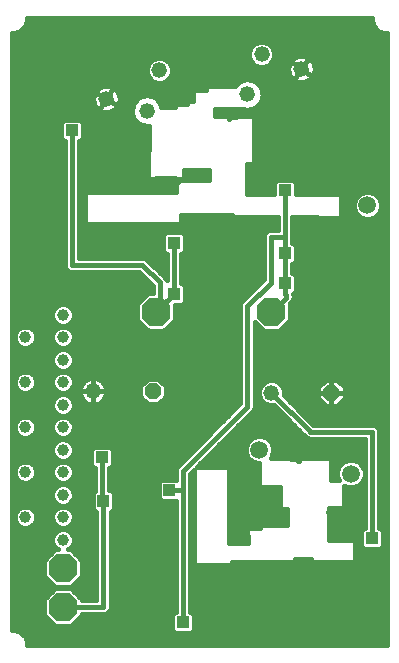
<source format=gbl>
G75*
%MOIN*%
%OFA0B0*%
%FSLAX24Y24*%
%IPPOS*%
%LPD*%
%AMOC8*
5,1,8,0,0,1.08239X$1,22.5*
%
%ADD10C,0.0520*%
%ADD11OC8,0.0520*%
%ADD12C,0.0160*%
%ADD13C,0.1502*%
%ADD14R,0.0591X0.0591*%
%ADD15R,0.0945X0.0945*%
%ADD16R,0.0396X0.0396*%
%ADD17C,0.0591*%
%ADD18OC8,0.0945*%
%ADD19C,0.0396*%
D10*
X031700Y014550D03*
X037650Y014500D03*
X033505Y023894D03*
X033911Y025248D03*
X032150Y024300D03*
X036837Y024455D03*
X038650Y025300D03*
X037321Y025784D03*
D11*
X039650Y014500D03*
X033700Y014550D03*
D12*
X029000Y006606D02*
X029000Y026494D01*
X029101Y026494D01*
X029286Y026571D01*
X029429Y026714D01*
X029506Y026899D01*
X029506Y027000D01*
X040994Y027000D01*
X040994Y026899D01*
X041071Y026714D01*
X041214Y026571D01*
X041399Y026494D01*
X041500Y026494D01*
X041500Y006100D01*
X029506Y006100D01*
X029506Y006201D01*
X029429Y006386D01*
X029286Y006529D01*
X029101Y006606D01*
X029000Y006606D01*
X029118Y006599D02*
X034342Y006599D01*
X034342Y006586D02*
X034436Y006492D01*
X034964Y006492D01*
X035058Y006586D01*
X035058Y007114D01*
X034964Y007208D01*
X034940Y007208D01*
X034940Y011801D01*
X035070Y011931D01*
X035070Y008817D01*
X035117Y008770D01*
X036283Y008770D01*
X036330Y008817D01*
X036330Y008870D01*
X038383Y008870D01*
X038430Y008917D01*
X038430Y008970D01*
X038970Y008970D01*
X038970Y008917D01*
X039017Y008870D01*
X040383Y008870D01*
X040430Y008917D01*
X040430Y009533D01*
X040383Y009580D01*
X039580Y009580D01*
X039580Y010483D01*
X039538Y010525D01*
X039580Y010567D01*
X039580Y010670D01*
X040033Y010670D01*
X040080Y010717D01*
X040080Y011398D01*
X040209Y011345D01*
X040391Y011345D01*
X040558Y011414D01*
X040686Y011542D01*
X040755Y011709D01*
X040755Y011891D01*
X040686Y012058D01*
X040558Y012186D01*
X040391Y012255D01*
X040209Y012255D01*
X040042Y012186D01*
X039914Y012058D01*
X039845Y011891D01*
X039845Y011709D01*
X039898Y011580D01*
X039630Y011580D01*
X039630Y012283D01*
X039583Y012330D01*
X038617Y012330D01*
X038570Y012283D01*
X038570Y012230D01*
X038530Y012230D01*
X038530Y012233D01*
X038483Y012280D01*
X038330Y012280D01*
X038330Y012283D01*
X038283Y012330D01*
X037624Y012330D01*
X037636Y012342D01*
X037705Y012509D01*
X037705Y012691D01*
X037636Y012858D01*
X037508Y012986D01*
X037341Y013055D01*
X037159Y013055D01*
X036992Y012986D01*
X036864Y012858D01*
X036795Y012691D01*
X036795Y012509D01*
X036864Y012342D01*
X036992Y012214D01*
X037159Y012145D01*
X037220Y012145D01*
X037220Y011417D01*
X037267Y011370D01*
X037920Y011370D01*
X037920Y010667D01*
X037967Y010620D01*
X038170Y010620D01*
X038170Y010080D01*
X037317Y010080D01*
X037270Y010033D01*
X037270Y009980D01*
X036867Y009980D01*
X036820Y009933D01*
X036820Y009767D01*
X036867Y009720D01*
X036870Y009720D01*
X036870Y009480D01*
X036230Y009480D01*
X036230Y011983D01*
X036183Y012030D01*
X035169Y012030D01*
X036957Y013817D01*
X036963Y013823D01*
X037024Y013885D01*
X037038Y013899D01*
X037090Y014024D01*
X037090Y016866D01*
X037388Y016568D01*
X037912Y016568D01*
X038282Y016938D01*
X038282Y017462D01*
X038267Y017477D01*
X038324Y017535D01*
X038338Y017549D01*
X038390Y017674D01*
X038390Y017789D01*
X038382Y017809D01*
X038458Y017886D01*
X038458Y018414D01*
X038364Y018508D01*
X038340Y018508D01*
X038340Y018792D01*
X038364Y018792D01*
X038458Y018886D01*
X038458Y019414D01*
X038364Y019508D01*
X038340Y019508D01*
X038340Y020370D01*
X039170Y020370D01*
X039170Y020367D01*
X039217Y020320D01*
X039933Y020320D01*
X039980Y020367D01*
X039980Y021083D01*
X039933Y021130D01*
X038458Y021130D01*
X038458Y021514D01*
X038364Y021608D01*
X037836Y021608D01*
X037742Y021514D01*
X037742Y021130D01*
X036830Y021130D01*
X036830Y022120D01*
X037033Y022120D01*
X037080Y022167D01*
X037080Y023683D01*
X037033Y023730D01*
X036517Y023730D01*
X036470Y023683D01*
X036470Y023680D01*
X036267Y023680D01*
X036230Y023643D01*
X036230Y023683D01*
X036183Y023730D01*
X035780Y023730D01*
X035780Y023970D01*
X036725Y023970D01*
X036850Y023936D01*
X037107Y024005D01*
X037295Y024193D01*
X037295Y024193D01*
X037364Y024450D01*
X037295Y024707D01*
X037107Y024895D01*
X037107Y024895D01*
X036850Y024964D01*
X036593Y024895D01*
X036428Y024730D01*
X035517Y024730D01*
X035470Y024683D01*
X035470Y024580D01*
X035067Y024580D01*
X035020Y024533D01*
X035020Y024230D01*
X034867Y024230D01*
X034820Y024183D01*
X034820Y024130D01*
X034467Y024130D01*
X034420Y024083D01*
X034420Y024030D01*
X033979Y024030D01*
X033945Y024157D01*
X033757Y024345D01*
X033757Y024345D01*
X033500Y024414D01*
X033243Y024345D01*
X033055Y024157D01*
X033055Y024157D01*
X032986Y023900D01*
X033055Y023643D01*
X033243Y023455D01*
X033243Y023455D01*
X033500Y023386D01*
X033570Y023405D01*
X033570Y022580D01*
X033567Y022580D01*
X033520Y022533D01*
X033520Y021667D01*
X033567Y021620D01*
X033783Y021620D01*
X033830Y021667D01*
X033830Y021670D01*
X034420Y021670D01*
X034420Y021667D01*
X034467Y021620D01*
X034683Y021620D01*
X034730Y021667D01*
X034730Y021920D01*
X035570Y021920D01*
X035570Y021580D01*
X034567Y021580D01*
X034520Y021533D01*
X034520Y021530D01*
X034517Y021530D01*
X034470Y021483D01*
X034470Y021180D01*
X031467Y021180D01*
X031420Y021133D01*
X031420Y020167D01*
X031467Y020120D01*
X034583Y020120D01*
X034630Y020167D01*
X034630Y020420D01*
X036320Y020420D01*
X036320Y020417D01*
X036367Y020370D01*
X037860Y020370D01*
X037860Y019940D01*
X037602Y019940D01*
X037514Y019903D01*
X037447Y019836D01*
X037410Y019748D01*
X037410Y018299D01*
X036647Y017536D01*
X036610Y017448D01*
X036610Y014149D01*
X034497Y012036D01*
X034460Y011948D01*
X034460Y011608D01*
X033986Y011608D01*
X033892Y011514D01*
X033892Y010986D01*
X033986Y010892D01*
X034460Y010892D01*
X034460Y007208D01*
X034436Y007208D01*
X034342Y007114D01*
X034342Y006586D01*
X034342Y006757D02*
X031001Y006757D01*
X030962Y006718D02*
X031332Y007088D01*
X031332Y007110D01*
X032098Y007110D01*
X032186Y007147D01*
X032253Y007214D01*
X032290Y007302D01*
X032290Y010542D01*
X032314Y010542D01*
X032408Y010636D01*
X032408Y011164D01*
X032314Y011258D01*
X032240Y011258D01*
X032240Y011992D01*
X032264Y011992D01*
X032358Y012086D01*
X032358Y012614D01*
X032264Y012708D01*
X031736Y012708D01*
X031642Y012614D01*
X031642Y012086D01*
X031736Y011992D01*
X031760Y011992D01*
X031760Y011232D01*
X031692Y011164D01*
X031692Y010636D01*
X031786Y010542D01*
X031810Y010542D01*
X031810Y007590D01*
X031332Y007590D01*
X031332Y007612D01*
X030962Y007982D01*
X030438Y007982D01*
X030068Y007612D01*
X030068Y007088D01*
X030438Y006718D01*
X030962Y006718D01*
X031160Y006916D02*
X034342Y006916D01*
X034342Y007074D02*
X031318Y007074D01*
X030700Y007350D02*
X032050Y007350D01*
X032050Y010900D01*
X032029Y010921D01*
X032000Y010991D02*
X032000Y012350D01*
X032358Y012305D02*
X034765Y012305D01*
X034924Y012463D02*
X032358Y012463D01*
X032351Y012622D02*
X035082Y012622D01*
X035241Y012780D02*
X031013Y012780D01*
X031004Y012803D02*
X030903Y012904D01*
X030771Y012958D01*
X030629Y012958D01*
X030497Y012904D01*
X030396Y012803D01*
X030342Y012671D01*
X030342Y012529D01*
X030396Y012397D01*
X030497Y012296D01*
X030629Y012242D01*
X030771Y012242D01*
X030903Y012296D01*
X031004Y012397D01*
X031058Y012529D01*
X031058Y012671D01*
X031004Y012803D01*
X031058Y012622D02*
X031649Y012622D01*
X031642Y012463D02*
X031031Y012463D01*
X030911Y012305D02*
X031642Y012305D01*
X031642Y012146D02*
X030910Y012146D01*
X030903Y012154D02*
X030771Y012208D01*
X030629Y012208D01*
X030497Y012154D01*
X030396Y012053D01*
X030342Y011921D01*
X030342Y011779D01*
X030396Y011647D01*
X030497Y011546D01*
X030629Y011492D01*
X030771Y011492D01*
X030903Y011546D01*
X031004Y011647D01*
X031058Y011779D01*
X031058Y011921D01*
X031004Y012053D01*
X030903Y012154D01*
X031031Y011988D02*
X031760Y011988D01*
X031760Y011829D02*
X031058Y011829D01*
X031013Y011671D02*
X031760Y011671D01*
X031760Y011512D02*
X030820Y011512D01*
X030771Y011458D02*
X030629Y011458D01*
X030497Y011404D01*
X030396Y011303D01*
X030342Y011171D01*
X030342Y011029D01*
X030396Y010897D01*
X030497Y010796D01*
X030629Y010742D01*
X030771Y010742D01*
X030903Y010796D01*
X031004Y010897D01*
X031058Y011029D01*
X031058Y011171D01*
X031004Y011303D01*
X030903Y011404D01*
X030771Y011458D01*
X030580Y011512D02*
X029570Y011512D01*
X029521Y011492D02*
X029653Y011546D01*
X029754Y011647D01*
X029808Y011779D01*
X029808Y011921D01*
X029754Y012053D01*
X029653Y012154D01*
X029521Y012208D01*
X029379Y012208D01*
X029247Y012154D01*
X029146Y012053D01*
X029092Y011921D01*
X029092Y011779D01*
X029146Y011647D01*
X029247Y011546D01*
X029379Y011492D01*
X029521Y011492D01*
X029330Y011512D02*
X029000Y011512D01*
X029000Y011354D02*
X030447Y011354D01*
X030352Y011195D02*
X029000Y011195D01*
X029000Y011037D02*
X030342Y011037D01*
X030416Y010878D02*
X029000Y010878D01*
X029000Y010720D02*
X031692Y010720D01*
X031692Y010878D02*
X030984Y010878D01*
X031058Y011037D02*
X031692Y011037D01*
X031723Y011195D02*
X031048Y011195D01*
X030953Y011354D02*
X031760Y011354D01*
X032240Y011354D02*
X033892Y011354D01*
X033892Y011512D02*
X032240Y011512D01*
X032240Y011671D02*
X034460Y011671D01*
X034460Y011829D02*
X032240Y011829D01*
X032240Y011988D02*
X034476Y011988D01*
X034607Y012146D02*
X032358Y012146D01*
X032377Y011195D02*
X033892Y011195D01*
X033892Y011037D02*
X032408Y011037D01*
X032408Y010878D02*
X034460Y010878D01*
X034460Y010720D02*
X032408Y010720D01*
X032334Y010561D02*
X034460Y010561D01*
X034460Y010403D02*
X032290Y010403D01*
X032290Y010244D02*
X034460Y010244D01*
X034460Y010086D02*
X032290Y010086D01*
X032290Y009927D02*
X034460Y009927D01*
X034460Y009769D02*
X032290Y009769D01*
X032290Y009610D02*
X034460Y009610D01*
X034460Y009452D02*
X032290Y009452D01*
X032290Y009293D02*
X034460Y009293D01*
X034460Y009135D02*
X032290Y009135D01*
X032290Y008976D02*
X034460Y008976D01*
X034460Y008818D02*
X032290Y008818D01*
X032290Y008659D02*
X034460Y008659D01*
X034460Y008501D02*
X032290Y008501D01*
X032290Y008342D02*
X034460Y008342D01*
X034460Y008184D02*
X032290Y008184D01*
X032290Y008025D02*
X034460Y008025D01*
X034460Y007867D02*
X032290Y007867D01*
X032290Y007708D02*
X034460Y007708D01*
X034460Y007550D02*
X032290Y007550D01*
X032290Y007391D02*
X034460Y007391D01*
X034460Y007233D02*
X032261Y007233D01*
X031810Y007708D02*
X031236Y007708D01*
X031078Y007867D02*
X031810Y007867D01*
X031810Y008025D02*
X030969Y008025D01*
X030962Y008018D02*
X031332Y008388D01*
X031332Y008912D01*
X030962Y009282D01*
X030869Y009282D01*
X030903Y009296D01*
X031004Y009397D01*
X031058Y009529D01*
X031058Y009671D01*
X031004Y009803D01*
X030903Y009904D01*
X030771Y009958D01*
X030629Y009958D01*
X030497Y009904D01*
X030396Y009803D01*
X030342Y009671D01*
X030342Y009529D01*
X030396Y009397D01*
X030497Y009296D01*
X030531Y009282D01*
X030438Y009282D01*
X030068Y008912D01*
X030068Y008388D01*
X030438Y008018D01*
X030962Y008018D01*
X031128Y008184D02*
X031810Y008184D01*
X031810Y008342D02*
X031286Y008342D01*
X031332Y008501D02*
X031810Y008501D01*
X031810Y008659D02*
X031332Y008659D01*
X031332Y008818D02*
X031810Y008818D01*
X031810Y008976D02*
X031268Y008976D01*
X031110Y009135D02*
X031810Y009135D01*
X031810Y009293D02*
X030895Y009293D01*
X031026Y009452D02*
X031810Y009452D01*
X031810Y009610D02*
X031058Y009610D01*
X031018Y009769D02*
X031810Y009769D01*
X031810Y009927D02*
X030846Y009927D01*
X030771Y009992D02*
X030903Y010046D01*
X031004Y010147D01*
X031058Y010279D01*
X031058Y010421D01*
X031004Y010553D01*
X030903Y010654D01*
X030771Y010708D01*
X030629Y010708D01*
X030497Y010654D01*
X030396Y010553D01*
X030342Y010421D01*
X030342Y010279D01*
X030396Y010147D01*
X030497Y010046D01*
X030629Y009992D01*
X030771Y009992D01*
X030942Y010086D02*
X031810Y010086D01*
X031810Y010244D02*
X031044Y010244D01*
X031058Y010403D02*
X031810Y010403D01*
X031766Y010561D02*
X030995Y010561D01*
X030405Y010561D02*
X029745Y010561D01*
X029754Y010553D02*
X029653Y010654D01*
X029521Y010708D01*
X029379Y010708D01*
X029247Y010654D01*
X029146Y010553D01*
X029092Y010421D01*
X029092Y010279D01*
X029146Y010147D01*
X029247Y010046D01*
X029379Y009992D01*
X029521Y009992D01*
X029653Y010046D01*
X029754Y010147D01*
X029808Y010279D01*
X029808Y010421D01*
X029754Y010553D01*
X029808Y010403D02*
X030342Y010403D01*
X030356Y010244D02*
X029794Y010244D01*
X029692Y010086D02*
X030458Y010086D01*
X030554Y009927D02*
X029000Y009927D01*
X029000Y009769D02*
X030382Y009769D01*
X030342Y009610D02*
X029000Y009610D01*
X029000Y009452D02*
X030374Y009452D01*
X030505Y009293D02*
X029000Y009293D01*
X029000Y009135D02*
X030290Y009135D01*
X030132Y008976D02*
X029000Y008976D01*
X029000Y008818D02*
X030068Y008818D01*
X030068Y008659D02*
X029000Y008659D01*
X029000Y008501D02*
X030068Y008501D01*
X030114Y008342D02*
X029000Y008342D01*
X029000Y008184D02*
X030272Y008184D01*
X030431Y008025D02*
X029000Y008025D01*
X029000Y007867D02*
X030322Y007867D01*
X030164Y007708D02*
X029000Y007708D01*
X029000Y007550D02*
X030068Y007550D01*
X030068Y007391D02*
X029000Y007391D01*
X029000Y007233D02*
X030068Y007233D01*
X030082Y007074D02*
X029000Y007074D01*
X029000Y006916D02*
X030240Y006916D01*
X030399Y006757D02*
X029000Y006757D01*
X029375Y006440D02*
X041500Y006440D01*
X041500Y006282D02*
X029472Y006282D01*
X029506Y006123D02*
X041500Y006123D01*
X041500Y006599D02*
X035058Y006599D01*
X035058Y006757D02*
X041500Y006757D01*
X041500Y006916D02*
X035058Y006916D01*
X035058Y007074D02*
X041500Y007074D01*
X041500Y007233D02*
X034940Y007233D01*
X034940Y007391D02*
X041500Y007391D01*
X041500Y007550D02*
X034940Y007550D01*
X034940Y007708D02*
X041500Y007708D01*
X041500Y007867D02*
X034940Y007867D01*
X034940Y008025D02*
X041500Y008025D01*
X041500Y008184D02*
X034940Y008184D01*
X034940Y008342D02*
X041500Y008342D01*
X041500Y008501D02*
X034940Y008501D01*
X034940Y008659D02*
X041500Y008659D01*
X041500Y008818D02*
X036330Y008818D01*
X036230Y009610D02*
X036870Y009610D01*
X036820Y009769D02*
X036230Y009769D01*
X036230Y009927D02*
X036820Y009927D01*
X036230Y010086D02*
X038170Y010086D01*
X038170Y010244D02*
X036230Y010244D01*
X036230Y010403D02*
X038170Y010403D01*
X038170Y010561D02*
X036230Y010561D01*
X036230Y010720D02*
X037920Y010720D01*
X037920Y010878D02*
X036230Y010878D01*
X036230Y011037D02*
X037920Y011037D01*
X037920Y011195D02*
X036230Y011195D01*
X036230Y011354D02*
X037920Y011354D01*
X037220Y011512D02*
X036230Y011512D01*
X036230Y011671D02*
X037220Y011671D01*
X037220Y011829D02*
X036230Y011829D01*
X036226Y011988D02*
X037220Y011988D01*
X037156Y012146D02*
X035285Y012146D01*
X035444Y012305D02*
X036902Y012305D01*
X036814Y012463D02*
X035602Y012463D01*
X035761Y012622D02*
X036795Y012622D01*
X036832Y012780D02*
X035919Y012780D01*
X036078Y012939D02*
X036945Y012939D01*
X037555Y012939D02*
X040760Y012939D01*
X040760Y012960D02*
X040760Y010008D01*
X040736Y010008D01*
X040642Y009914D01*
X040642Y009386D01*
X040736Y009292D01*
X041264Y009292D01*
X041358Y009386D01*
X041358Y009914D01*
X041264Y010008D01*
X041240Y010008D01*
X041240Y013248D01*
X041203Y013336D01*
X041136Y013403D01*
X041048Y013440D01*
X039049Y013440D01*
X038070Y014419D01*
X038070Y014584D01*
X038006Y014738D01*
X037888Y014856D01*
X037734Y014920D01*
X037566Y014920D01*
X037412Y014856D01*
X037294Y014738D01*
X037230Y014584D01*
X037230Y014416D01*
X037294Y014262D01*
X037412Y014144D01*
X037566Y014080D01*
X037731Y014080D01*
X038717Y013093D01*
X038728Y013083D01*
X038785Y013026D01*
X038799Y013012D01*
X038924Y012960D01*
X040760Y012960D01*
X040760Y012780D02*
X037668Y012780D01*
X037705Y012622D02*
X040760Y012622D01*
X040760Y012463D02*
X037686Y012463D01*
X038309Y012305D02*
X038591Y012305D01*
X038799Y013012D02*
X038799Y013012D01*
X038714Y013097D02*
X036236Y013097D01*
X036395Y013256D02*
X038555Y013256D01*
X038397Y013414D02*
X036553Y013414D01*
X036712Y013573D02*
X038238Y013573D01*
X038080Y013731D02*
X036870Y013731D01*
X037024Y013885D02*
X037024Y013885D01*
X037029Y013890D02*
X037921Y013890D01*
X037763Y014048D02*
X037090Y014048D01*
X037038Y013899D02*
X037038Y013899D01*
X036821Y014021D02*
X034700Y011900D01*
X034700Y006850D01*
X034940Y008818D02*
X035070Y008818D01*
X035070Y008976D02*
X034940Y008976D01*
X034940Y009135D02*
X035070Y009135D01*
X035070Y009293D02*
X034940Y009293D01*
X034940Y009452D02*
X035070Y009452D01*
X035070Y009610D02*
X034940Y009610D01*
X034940Y009769D02*
X035070Y009769D01*
X035070Y009927D02*
X034940Y009927D01*
X034940Y010086D02*
X035070Y010086D01*
X035070Y010244D02*
X034940Y010244D01*
X034940Y010403D02*
X035070Y010403D01*
X035070Y010561D02*
X034940Y010561D01*
X034940Y010720D02*
X035070Y010720D01*
X035070Y010878D02*
X034940Y010878D01*
X034940Y011037D02*
X035070Y011037D01*
X035070Y011195D02*
X034940Y011195D01*
X034940Y011354D02*
X035070Y011354D01*
X035070Y011512D02*
X034940Y011512D01*
X034940Y011671D02*
X035070Y011671D01*
X035070Y011829D02*
X034968Y011829D01*
X034600Y011250D02*
X034250Y011250D01*
X035399Y012939D02*
X030819Y012939D01*
X030771Y012992D02*
X030903Y013046D01*
X031004Y013147D01*
X031058Y013279D01*
X031058Y013421D01*
X031004Y013553D01*
X030903Y013654D01*
X030771Y013708D01*
X030629Y013708D01*
X030497Y013654D01*
X030396Y013553D01*
X030342Y013421D01*
X030342Y013279D01*
X030396Y013147D01*
X030497Y013046D01*
X030629Y012992D01*
X030771Y012992D01*
X030581Y012939D02*
X029000Y012939D01*
X029000Y013097D02*
X029197Y013097D01*
X029146Y013147D02*
X029247Y013046D01*
X029379Y012992D01*
X029521Y012992D01*
X029653Y013046D01*
X029754Y013147D01*
X029808Y013279D01*
X029808Y013421D01*
X029754Y013553D01*
X029653Y013654D01*
X029521Y013708D01*
X029379Y013708D01*
X029247Y013654D01*
X029146Y013553D01*
X029092Y013421D01*
X029092Y013279D01*
X029146Y013147D01*
X029102Y013256D02*
X029000Y013256D01*
X029000Y013414D02*
X029092Y013414D01*
X029166Y013573D02*
X029000Y013573D01*
X029000Y013731D02*
X036192Y013731D01*
X036350Y013890D02*
X030996Y013890D01*
X031004Y013897D02*
X031058Y014029D01*
X031058Y014171D01*
X031004Y014303D01*
X030903Y014404D01*
X030771Y014458D01*
X030629Y014458D01*
X030497Y014404D01*
X030396Y014303D01*
X030342Y014171D01*
X030342Y014029D01*
X030396Y013897D01*
X030497Y013796D01*
X030629Y013742D01*
X030771Y013742D01*
X030903Y013796D01*
X031004Y013897D01*
X031058Y014048D02*
X036509Y014048D01*
X036610Y014207D02*
X033950Y014207D01*
X033874Y014130D02*
X034120Y014376D01*
X034120Y014724D01*
X033874Y014970D01*
X033526Y014970D01*
X033280Y014724D01*
X033280Y014376D01*
X033526Y014130D01*
X033874Y014130D01*
X034109Y014365D02*
X036610Y014365D01*
X036610Y014524D02*
X034120Y014524D01*
X034120Y014682D02*
X036610Y014682D01*
X036610Y014841D02*
X034003Y014841D01*
X033397Y014841D02*
X032032Y014841D01*
X032036Y014837D02*
X031987Y014886D01*
X031931Y014926D01*
X031869Y014958D01*
X031803Y014979D01*
X031735Y014990D01*
X031700Y014990D01*
X031700Y014550D01*
X032140Y014550D01*
X032140Y014585D01*
X032129Y014653D01*
X032108Y014719D01*
X032076Y014781D01*
X032036Y014837D01*
X032120Y014682D02*
X033280Y014682D01*
X033280Y014524D02*
X032140Y014524D01*
X032140Y014515D02*
X032140Y014550D01*
X031700Y014550D01*
X031700Y014550D01*
X031700Y014550D01*
X031700Y014110D01*
X031735Y014110D01*
X031803Y014121D01*
X031869Y014142D01*
X031931Y014174D01*
X031987Y014214D01*
X032036Y014263D01*
X032076Y014319D01*
X032108Y014381D01*
X032129Y014447D01*
X032140Y014515D01*
X032100Y014365D02*
X033291Y014365D01*
X033450Y014207D02*
X031976Y014207D01*
X031700Y014207D02*
X031700Y014207D01*
X031700Y014110D02*
X031700Y014550D01*
X031700Y014550D01*
X031700Y014550D01*
X031260Y014550D01*
X031260Y014585D01*
X031271Y014653D01*
X031292Y014719D01*
X031324Y014781D01*
X031364Y014837D01*
X031413Y014886D01*
X031469Y014926D01*
X031531Y014958D01*
X031597Y014979D01*
X031665Y014990D01*
X031700Y014990D01*
X031700Y014550D01*
X031260Y014550D01*
X031260Y014515D01*
X031271Y014447D01*
X031292Y014381D01*
X031324Y014319D01*
X031364Y014263D01*
X031413Y014214D01*
X031469Y014174D01*
X031531Y014142D01*
X031597Y014121D01*
X031665Y014110D01*
X031700Y014110D01*
X031700Y014365D02*
X031700Y014365D01*
X031700Y014524D02*
X031700Y014524D01*
X031700Y014682D02*
X031700Y014682D01*
X031700Y014841D02*
X031700Y014841D01*
X031368Y014841D02*
X031058Y014841D01*
X031058Y014779D02*
X031004Y014647D01*
X030903Y014546D01*
X030771Y014492D01*
X030629Y014492D01*
X030497Y014546D01*
X030396Y014647D01*
X030342Y014779D01*
X030342Y014921D01*
X030396Y015053D01*
X030497Y015154D01*
X030629Y015208D01*
X030771Y015208D01*
X030903Y015154D01*
X031004Y015053D01*
X031058Y014921D01*
X031058Y014779D01*
X031018Y014682D02*
X031280Y014682D01*
X031260Y014524D02*
X030848Y014524D01*
X030941Y014365D02*
X031300Y014365D01*
X031424Y014207D02*
X031043Y014207D01*
X030552Y014524D02*
X029598Y014524D01*
X029653Y014546D02*
X029754Y014647D01*
X029808Y014779D01*
X029808Y014921D01*
X029754Y015053D01*
X029653Y015154D01*
X029521Y015208D01*
X029379Y015208D01*
X029247Y015154D01*
X029146Y015053D01*
X029092Y014921D01*
X029092Y014779D01*
X029146Y014647D01*
X029247Y014546D01*
X029379Y014492D01*
X029521Y014492D01*
X029653Y014546D01*
X029768Y014682D02*
X030382Y014682D01*
X030342Y014841D02*
X029808Y014841D01*
X029776Y014999D02*
X030374Y014999D01*
X030507Y015158D02*
X029643Y015158D01*
X029257Y015158D02*
X029000Y015158D01*
X029000Y015316D02*
X030478Y015316D01*
X030497Y015296D02*
X030629Y015242D01*
X030771Y015242D01*
X030903Y015296D01*
X031004Y015397D01*
X031058Y015529D01*
X031058Y015671D01*
X031004Y015803D01*
X030903Y015904D01*
X030771Y015958D01*
X030629Y015958D01*
X030497Y015904D01*
X030396Y015803D01*
X030342Y015671D01*
X030342Y015529D01*
X030396Y015397D01*
X030497Y015296D01*
X030364Y015475D02*
X029000Y015475D01*
X029000Y015633D02*
X030342Y015633D01*
X030392Y015792D02*
X029000Y015792D01*
X029000Y015950D02*
X030609Y015950D01*
X030629Y015992D02*
X030771Y015992D01*
X030903Y016046D01*
X031004Y016147D01*
X031058Y016279D01*
X031058Y016421D01*
X031004Y016553D01*
X030903Y016654D01*
X030771Y016708D01*
X030629Y016708D01*
X030497Y016654D01*
X030396Y016553D01*
X030342Y016421D01*
X030342Y016279D01*
X030396Y016147D01*
X030497Y016046D01*
X030629Y015992D01*
X030791Y015950D02*
X036610Y015950D01*
X036610Y015792D02*
X031008Y015792D01*
X031058Y015633D02*
X036610Y015633D01*
X036610Y015475D02*
X031036Y015475D01*
X030922Y015316D02*
X036610Y015316D01*
X036610Y015158D02*
X030893Y015158D01*
X031026Y014999D02*
X036610Y014999D01*
X037090Y014999D02*
X041500Y014999D01*
X041500Y014841D02*
X039932Y014841D01*
X039832Y014940D02*
X039650Y014940D01*
X039650Y014500D01*
X040090Y014500D01*
X040090Y014682D01*
X041500Y014682D01*
X041500Y014524D02*
X040090Y014524D01*
X040090Y014500D02*
X039650Y014500D01*
X039650Y014500D01*
X039650Y014500D01*
X039650Y014060D01*
X039832Y014060D01*
X040090Y014318D01*
X040090Y014500D01*
X040090Y014365D02*
X041500Y014365D01*
X041500Y014207D02*
X039979Y014207D01*
X039650Y014207D02*
X039650Y014207D01*
X039650Y014060D02*
X039650Y014500D01*
X039650Y014500D01*
X039650Y014500D01*
X039210Y014500D01*
X039210Y014682D01*
X038029Y014682D01*
X038070Y014524D02*
X039210Y014524D01*
X039210Y014500D02*
X039210Y014318D01*
X039468Y014060D01*
X039650Y014060D01*
X039650Y014365D02*
X039650Y014365D01*
X039650Y014500D02*
X039210Y014500D01*
X039210Y014365D02*
X038124Y014365D01*
X038283Y014207D02*
X039321Y014207D01*
X039650Y014500D02*
X039650Y014940D01*
X039468Y014940D01*
X039210Y014682D01*
X039368Y014841D02*
X037903Y014841D01*
X037650Y014500D02*
X038921Y013229D01*
X038991Y013200D02*
X041000Y013200D01*
X041000Y009650D01*
X041358Y009610D02*
X041500Y009610D01*
X041500Y009452D02*
X041358Y009452D01*
X041266Y009293D02*
X041500Y009293D01*
X041500Y009135D02*
X040430Y009135D01*
X040430Y009293D02*
X040734Y009293D01*
X040642Y009452D02*
X040430Y009452D01*
X040642Y009610D02*
X039580Y009610D01*
X039580Y009769D02*
X040642Y009769D01*
X040655Y009927D02*
X039580Y009927D01*
X039580Y010086D02*
X040760Y010086D01*
X040760Y010244D02*
X039580Y010244D01*
X039580Y010403D02*
X040760Y010403D01*
X040760Y010561D02*
X039574Y010561D01*
X040080Y010720D02*
X040760Y010720D01*
X040760Y010878D02*
X040080Y010878D01*
X040080Y011037D02*
X040760Y011037D01*
X040760Y011195D02*
X040080Y011195D01*
X040080Y011354D02*
X040188Y011354D01*
X040412Y011354D02*
X040760Y011354D01*
X040760Y011512D02*
X040656Y011512D01*
X040739Y011671D02*
X040760Y011671D01*
X040755Y011829D02*
X040760Y011829D01*
X040760Y011988D02*
X040715Y011988D01*
X040760Y012146D02*
X040598Y012146D01*
X040760Y012305D02*
X039609Y012305D01*
X039630Y012146D02*
X040002Y012146D01*
X039885Y011988D02*
X039630Y011988D01*
X039630Y011829D02*
X039845Y011829D01*
X039861Y011671D02*
X039630Y011671D01*
X041240Y011671D02*
X041500Y011671D01*
X041500Y011829D02*
X041240Y011829D01*
X041240Y011988D02*
X041500Y011988D01*
X041500Y012146D02*
X041240Y012146D01*
X041240Y012305D02*
X041500Y012305D01*
X041500Y012463D02*
X041240Y012463D01*
X041240Y012622D02*
X041500Y012622D01*
X041500Y012780D02*
X041240Y012780D01*
X041240Y012939D02*
X041500Y012939D01*
X041500Y013097D02*
X041240Y013097D01*
X041237Y013256D02*
X041500Y013256D01*
X041500Y013414D02*
X041110Y013414D01*
X041500Y013573D02*
X038917Y013573D01*
X038758Y013731D02*
X041500Y013731D01*
X041500Y013890D02*
X038600Y013890D01*
X038441Y014048D02*
X041500Y014048D01*
X040090Y014682D02*
X039832Y014940D01*
X039650Y014841D02*
X039650Y014841D01*
X039650Y014682D02*
X039650Y014682D01*
X039650Y014524D02*
X039650Y014524D01*
X038991Y013200D02*
X038971Y013202D01*
X038953Y013208D01*
X038935Y013217D01*
X038920Y013229D01*
X037350Y014207D02*
X037090Y014207D01*
X037090Y014365D02*
X037251Y014365D01*
X037230Y014524D02*
X037090Y014524D01*
X037090Y014682D02*
X037271Y014682D01*
X037397Y014841D02*
X037090Y014841D01*
X037090Y015158D02*
X041500Y015158D01*
X041500Y015316D02*
X037090Y015316D01*
X037090Y015475D02*
X041500Y015475D01*
X041500Y015633D02*
X037090Y015633D01*
X037090Y015792D02*
X041500Y015792D01*
X041500Y015950D02*
X037090Y015950D01*
X037090Y016109D02*
X041500Y016109D01*
X041500Y016267D02*
X037090Y016267D01*
X037090Y016426D02*
X041500Y016426D01*
X041500Y016584D02*
X037928Y016584D01*
X038087Y016743D02*
X041500Y016743D01*
X041500Y016901D02*
X038245Y016901D01*
X038282Y017060D02*
X041500Y017060D01*
X041500Y017218D02*
X038282Y017218D01*
X038282Y017377D02*
X041500Y017377D01*
X041500Y017535D02*
X038324Y017535D01*
X038324Y017535D01*
X038338Y017549D02*
X038338Y017549D01*
X038390Y017694D02*
X041500Y017694D01*
X041500Y017852D02*
X038425Y017852D01*
X038458Y018011D02*
X041500Y018011D01*
X041500Y018169D02*
X038458Y018169D01*
X038458Y018328D02*
X041500Y018328D01*
X041500Y018486D02*
X038386Y018486D01*
X038340Y018645D02*
X041500Y018645D01*
X041500Y018803D02*
X038376Y018803D01*
X038458Y018962D02*
X041500Y018962D01*
X041500Y019120D02*
X038458Y019120D01*
X038458Y019279D02*
X041500Y019279D01*
X041500Y019437D02*
X038435Y019437D01*
X038340Y019596D02*
X041500Y019596D01*
X041500Y019754D02*
X038340Y019754D01*
X038340Y019913D02*
X041500Y019913D01*
X041500Y020071D02*
X038340Y020071D01*
X038340Y020230D02*
X041500Y020230D01*
X041500Y020388D02*
X041132Y020388D01*
X041108Y020364D02*
X041236Y020492D01*
X041305Y020659D01*
X041305Y020841D01*
X041236Y021008D01*
X041108Y021136D01*
X040941Y021205D01*
X040759Y021205D01*
X040592Y021136D01*
X040464Y021008D01*
X040395Y020841D01*
X040395Y020659D01*
X040464Y020492D01*
X040592Y020364D01*
X040759Y020295D01*
X040941Y020295D01*
X041108Y020364D01*
X041259Y020547D02*
X041500Y020547D01*
X041500Y020705D02*
X041305Y020705D01*
X041296Y020864D02*
X041500Y020864D01*
X041500Y021022D02*
X041222Y021022D01*
X041000Y021181D02*
X041500Y021181D01*
X041500Y021339D02*
X038458Y021339D01*
X038458Y021181D02*
X040700Y021181D01*
X040478Y021022D02*
X039980Y021022D01*
X039980Y020864D02*
X040404Y020864D01*
X040395Y020705D02*
X039980Y020705D01*
X039980Y020547D02*
X040441Y020547D01*
X040568Y020388D02*
X039980Y020388D01*
X041500Y021498D02*
X038458Y021498D01*
X038100Y021250D02*
X038100Y019700D01*
X037650Y019700D01*
X037650Y018241D01*
X037621Y018171D02*
X036850Y017400D01*
X036850Y014091D01*
X036848Y014071D01*
X036842Y014053D01*
X036833Y014035D01*
X036821Y014020D01*
X036033Y013573D02*
X030984Y013573D01*
X031058Y013414D02*
X035875Y013414D01*
X035716Y013256D02*
X031048Y013256D01*
X030953Y013097D02*
X035558Y013097D01*
X032000Y010991D02*
X032002Y010971D01*
X032008Y010953D01*
X032017Y010935D01*
X032029Y010920D01*
X030387Y011671D02*
X029763Y011671D01*
X029808Y011829D02*
X030342Y011829D01*
X030369Y011988D02*
X029781Y011988D01*
X029660Y012146D02*
X030490Y012146D01*
X030489Y012305D02*
X029000Y012305D01*
X029000Y012463D02*
X030369Y012463D01*
X030342Y012622D02*
X029000Y012622D01*
X029000Y012780D02*
X030387Y012780D01*
X030447Y013097D02*
X029703Y013097D01*
X029798Y013256D02*
X030352Y013256D01*
X030342Y013414D02*
X029808Y013414D01*
X029734Y013573D02*
X030416Y013573D01*
X030404Y013890D02*
X029000Y013890D01*
X029000Y014048D02*
X030342Y014048D01*
X030357Y014207D02*
X029000Y014207D01*
X029000Y014365D02*
X030459Y014365D01*
X029302Y014524D02*
X029000Y014524D01*
X029000Y014682D02*
X029132Y014682D01*
X029092Y014841D02*
X029000Y014841D01*
X029000Y014999D02*
X029124Y014999D01*
X029379Y015992D02*
X029521Y015992D01*
X029653Y016046D01*
X029754Y016147D01*
X029808Y016279D01*
X029808Y016421D01*
X029754Y016553D01*
X029653Y016654D01*
X029521Y016708D01*
X029379Y016708D01*
X029247Y016654D01*
X029146Y016553D01*
X029092Y016421D01*
X029092Y016279D01*
X029146Y016147D01*
X029247Y016046D01*
X029379Y015992D01*
X029185Y016109D02*
X029000Y016109D01*
X029000Y016267D02*
X029097Y016267D01*
X029094Y016426D02*
X029000Y016426D01*
X029000Y016584D02*
X029178Y016584D01*
X029000Y016743D02*
X030627Y016743D01*
X030629Y016742D02*
X030771Y016742D01*
X030903Y016796D01*
X031004Y016897D01*
X031058Y017029D01*
X031058Y017171D01*
X031004Y017303D01*
X030903Y017404D01*
X030771Y017458D01*
X030629Y017458D01*
X030497Y017404D01*
X030396Y017303D01*
X030342Y017171D01*
X030342Y017029D01*
X030396Y016897D01*
X030497Y016796D01*
X030629Y016742D01*
X030773Y016743D02*
X033363Y016743D01*
X033205Y016901D02*
X031005Y016901D01*
X031058Y017060D02*
X033168Y017060D01*
X033168Y016938D02*
X033538Y016568D01*
X034062Y016568D01*
X034432Y016938D01*
X034432Y017442D01*
X034664Y017442D01*
X034758Y017536D01*
X034758Y018064D01*
X034664Y018158D01*
X034640Y018158D01*
X034640Y019142D01*
X034664Y019142D01*
X034758Y019236D01*
X034758Y019764D01*
X034664Y019858D01*
X034136Y019858D01*
X034042Y019764D01*
X034042Y019236D01*
X034136Y019142D01*
X034160Y019142D01*
X034160Y018249D01*
X034138Y018301D01*
X034124Y018315D01*
X034095Y018345D01*
X034090Y018349D01*
X034057Y018383D01*
X034057Y018383D01*
X033486Y018953D01*
X033398Y018990D01*
X031240Y018990D01*
X031240Y022892D01*
X031264Y022892D01*
X031358Y022986D01*
X031358Y023514D01*
X031264Y023608D01*
X030736Y023608D01*
X030642Y023514D01*
X030642Y022986D01*
X030736Y022892D01*
X030760Y022892D01*
X030760Y018702D01*
X030797Y018614D01*
X030864Y018547D01*
X030952Y018510D01*
X033251Y018510D01*
X033710Y018051D01*
X033710Y017832D01*
X033538Y017832D01*
X033168Y017462D01*
X033168Y016938D01*
X033168Y017218D02*
X031039Y017218D01*
X030930Y017377D02*
X033168Y017377D01*
X033241Y017535D02*
X029000Y017535D01*
X029000Y017377D02*
X030470Y017377D01*
X030361Y017218D02*
X029000Y017218D01*
X029000Y017060D02*
X030342Y017060D01*
X030395Y016901D02*
X029000Y016901D01*
X029722Y016584D02*
X030428Y016584D01*
X030344Y016426D02*
X029806Y016426D01*
X029803Y016267D02*
X030347Y016267D01*
X030435Y016109D02*
X029715Y016109D01*
X030965Y016109D02*
X036610Y016109D01*
X036610Y016267D02*
X031053Y016267D01*
X031056Y016426D02*
X036610Y016426D01*
X036610Y016584D02*
X034078Y016584D01*
X034237Y016743D02*
X036610Y016743D01*
X036610Y016901D02*
X034395Y016901D01*
X034432Y017060D02*
X036610Y017060D01*
X036610Y017218D02*
X034432Y017218D01*
X034432Y017377D02*
X036610Y017377D01*
X036646Y017535D02*
X034758Y017535D01*
X034758Y017694D02*
X036804Y017694D01*
X036963Y017852D02*
X034758Y017852D01*
X034758Y018011D02*
X037121Y018011D01*
X037280Y018169D02*
X034640Y018169D01*
X034640Y018328D02*
X037410Y018328D01*
X037410Y018486D02*
X034640Y018486D01*
X034640Y018645D02*
X037410Y018645D01*
X037410Y018803D02*
X034640Y018803D01*
X034640Y018962D02*
X037410Y018962D01*
X037410Y019120D02*
X034640Y019120D01*
X034758Y019279D02*
X037410Y019279D01*
X037410Y019437D02*
X034758Y019437D01*
X034758Y019596D02*
X037410Y019596D01*
X037413Y019754D02*
X034758Y019754D01*
X034400Y019500D02*
X034400Y017841D01*
X034371Y017771D02*
X033950Y017350D01*
X033950Y018109D01*
X033921Y018179D02*
X033350Y018750D01*
X031000Y018750D01*
X031000Y023250D01*
X031358Y023241D02*
X033570Y023241D01*
X033570Y023083D02*
X031358Y023083D01*
X031297Y022924D02*
X033570Y022924D01*
X033570Y022766D02*
X031240Y022766D01*
X031240Y022607D02*
X033570Y022607D01*
X033520Y022449D02*
X031240Y022449D01*
X031240Y022290D02*
X033520Y022290D01*
X033520Y022132D02*
X031240Y022132D01*
X031240Y021973D02*
X033520Y021973D01*
X033520Y021815D02*
X031240Y021815D01*
X031240Y021656D02*
X033531Y021656D01*
X033819Y021656D02*
X034431Y021656D01*
X034484Y021498D02*
X031240Y021498D01*
X031240Y021339D02*
X034470Y021339D01*
X034470Y021181D02*
X031240Y021181D01*
X031240Y021022D02*
X031420Y021022D01*
X031420Y020864D02*
X031240Y020864D01*
X031240Y020705D02*
X031420Y020705D01*
X031420Y020547D02*
X031240Y020547D01*
X031240Y020388D02*
X031420Y020388D01*
X031420Y020230D02*
X031240Y020230D01*
X031240Y020071D02*
X037860Y020071D01*
X037860Y020230D02*
X034630Y020230D01*
X034630Y020388D02*
X036349Y020388D01*
X036830Y021181D02*
X037742Y021181D01*
X037742Y021339D02*
X036830Y021339D01*
X036830Y021498D02*
X037742Y021498D01*
X036830Y021656D02*
X041500Y021656D01*
X041500Y021815D02*
X036830Y021815D01*
X036830Y021973D02*
X041500Y021973D01*
X041500Y022132D02*
X037045Y022132D01*
X037080Y022290D02*
X041500Y022290D01*
X041500Y022449D02*
X037080Y022449D01*
X037080Y022607D02*
X041500Y022607D01*
X041500Y022766D02*
X037080Y022766D01*
X037080Y022924D02*
X041500Y022924D01*
X041500Y023083D02*
X037080Y023083D01*
X037080Y023241D02*
X041500Y023241D01*
X041500Y023400D02*
X037080Y023400D01*
X037080Y023558D02*
X041500Y023558D01*
X041500Y023717D02*
X037047Y023717D01*
X037107Y024005D02*
X037107Y024005D01*
X037135Y024034D02*
X041500Y024034D01*
X041500Y024192D02*
X037294Y024192D01*
X037337Y024351D02*
X041500Y024351D01*
X041500Y024509D02*
X037348Y024509D01*
X037305Y024668D02*
X041500Y024668D01*
X041500Y024826D02*
X037175Y024826D01*
X037295Y024707D02*
X037295Y024707D01*
X036850Y024964D02*
X036850Y024964D01*
X036593Y024895D02*
X036593Y024895D01*
X036525Y024826D02*
X029000Y024826D01*
X029000Y024668D02*
X031907Y024668D01*
X031919Y024676D02*
X031863Y024636D01*
X031814Y024587D01*
X031775Y024532D01*
X032150Y024300D01*
X032382Y024675D01*
X032150Y024300D01*
X032150Y024300D01*
X032525Y024068D01*
X032150Y024300D01*
X032150Y024300D01*
X032150Y024300D01*
X031918Y023925D01*
X032150Y024300D01*
X032150Y024300D01*
X031775Y024532D01*
X031774Y024531D01*
X031742Y024469D01*
X031721Y024403D01*
X031710Y024335D01*
X031710Y024265D01*
X031721Y024197D01*
X031742Y024131D01*
X031774Y024069D01*
X031814Y024013D01*
X031863Y023964D01*
X031918Y023925D01*
X031919Y023924D01*
X031981Y023892D01*
X032047Y023871D01*
X032115Y023860D01*
X032185Y023860D01*
X032253Y023871D01*
X032319Y023892D01*
X032381Y023924D01*
X032437Y023964D01*
X032486Y024013D01*
X032525Y024068D01*
X032526Y024069D01*
X032558Y024131D01*
X032579Y024197D01*
X032590Y024265D01*
X032590Y024335D01*
X032579Y024403D01*
X032558Y024469D01*
X032526Y024531D01*
X032486Y024587D01*
X032437Y024636D01*
X032382Y024675D01*
X032381Y024676D01*
X032319Y024708D01*
X032253Y024729D01*
X032185Y024740D01*
X032115Y024740D01*
X032047Y024729D01*
X031981Y024708D01*
X031919Y024676D01*
X031812Y024509D02*
X031812Y024509D01*
X031763Y024509D02*
X029000Y024509D01*
X029000Y024351D02*
X031713Y024351D01*
X031722Y024192D02*
X029000Y024192D01*
X029000Y024034D02*
X031800Y024034D01*
X031985Y024034D02*
X031985Y024034D01*
X032034Y023875D02*
X029000Y023875D01*
X029000Y023717D02*
X033036Y023717D01*
X033055Y023643D02*
X033055Y023643D01*
X033140Y023558D02*
X031314Y023558D01*
X031358Y023400D02*
X033451Y023400D01*
X033500Y023386D02*
X033500Y023386D01*
X033549Y023400D02*
X033570Y023400D01*
X032993Y023875D02*
X032266Y023875D01*
X032500Y024034D02*
X033022Y024034D01*
X032986Y023900D02*
X032986Y023900D01*
X033091Y024192D02*
X032578Y024192D01*
X032587Y024351D02*
X033265Y024351D01*
X033243Y024345D02*
X033243Y024345D01*
X033500Y024414D02*
X033500Y024414D01*
X033735Y024351D02*
X035020Y024351D01*
X035020Y024509D02*
X032537Y024509D01*
X032393Y024668D02*
X035470Y024668D01*
X034829Y024192D02*
X033909Y024192D01*
X033945Y024157D02*
X033945Y024157D01*
X033978Y024034D02*
X034420Y024034D01*
X034149Y024892D02*
X033994Y024828D01*
X033827Y024828D01*
X033673Y024892D01*
X033555Y025010D01*
X033491Y025165D01*
X033491Y025332D01*
X033555Y025486D01*
X033673Y025604D01*
X033827Y025668D01*
X033994Y025668D01*
X034149Y025604D01*
X034267Y025486D01*
X034331Y025332D01*
X034331Y025165D01*
X034267Y025010D01*
X034149Y024892D01*
X034241Y024985D02*
X038343Y024985D01*
X038363Y024964D02*
X038398Y024940D01*
X038419Y024924D01*
X038481Y024892D01*
X038547Y024871D01*
X038615Y024860D01*
X038685Y024860D01*
X038753Y024871D01*
X038819Y024892D01*
X038881Y024924D01*
X038937Y024964D01*
X038986Y025013D01*
X039010Y025048D01*
X039026Y025069D01*
X039058Y025131D01*
X039079Y025197D01*
X039090Y025265D01*
X039090Y025335D01*
X039079Y025403D01*
X039058Y025469D01*
X039026Y025531D01*
X038986Y025587D01*
X038937Y025636D01*
X038902Y025660D01*
X038881Y025676D01*
X038819Y025708D01*
X038753Y025729D01*
X038685Y025740D01*
X038615Y025740D01*
X038547Y025729D01*
X038481Y025708D01*
X038419Y025676D01*
X038363Y025636D01*
X038314Y025587D01*
X038290Y025552D01*
X038274Y025531D01*
X038242Y025469D01*
X038221Y025403D01*
X038210Y025335D01*
X038210Y025265D01*
X038221Y025197D01*
X038242Y025131D01*
X038274Y025069D01*
X038314Y025013D01*
X038363Y024964D01*
X038398Y024940D02*
X038650Y025300D01*
X038650Y025300D01*
X038902Y025660D01*
X038650Y025300D01*
X039010Y025048D01*
X038650Y025300D01*
X038650Y025300D01*
X038650Y025300D01*
X038290Y025552D01*
X038650Y025300D01*
X038398Y024940D01*
X038429Y024985D02*
X038429Y024985D01*
X038540Y025143D02*
X038540Y025143D01*
X038650Y025300D02*
X038650Y025300D01*
X038651Y025302D02*
X038651Y025302D01*
X038648Y025302D02*
X038648Y025302D01*
X038762Y025460D02*
X038762Y025460D01*
X038873Y025619D02*
X038873Y025619D01*
X038954Y025619D02*
X041500Y025619D01*
X041500Y025777D02*
X037741Y025777D01*
X037741Y025700D02*
X037741Y025867D01*
X037677Y026022D01*
X037559Y026140D01*
X037405Y026204D01*
X037238Y026204D01*
X037083Y026140D01*
X036965Y026022D01*
X036901Y025867D01*
X036901Y025700D01*
X036965Y025546D01*
X037083Y025428D01*
X037238Y025364D01*
X037405Y025364D01*
X037559Y025428D01*
X037677Y025546D01*
X037741Y025700D01*
X037707Y025619D02*
X038346Y025619D01*
X038421Y025460D02*
X038421Y025460D01*
X038239Y025460D02*
X037591Y025460D01*
X037713Y025936D02*
X041500Y025936D01*
X041500Y026094D02*
X037605Y026094D01*
X037037Y026094D02*
X029000Y026094D01*
X029000Y025936D02*
X036929Y025936D01*
X036901Y025777D02*
X029000Y025777D01*
X029000Y025619D02*
X033708Y025619D01*
X033544Y025460D02*
X029000Y025460D01*
X029000Y025302D02*
X033491Y025302D01*
X033500Y025143D02*
X029000Y025143D01*
X029000Y024985D02*
X033581Y024985D01*
X034322Y025143D02*
X038238Y025143D01*
X038210Y025302D02*
X034331Y025302D01*
X034278Y025460D02*
X037051Y025460D01*
X036935Y025619D02*
X034114Y025619D01*
X032377Y024668D02*
X032377Y024668D01*
X032279Y024509D02*
X032279Y024509D01*
X032181Y024351D02*
X032181Y024351D01*
X032068Y024351D02*
X032068Y024351D01*
X032083Y024192D02*
X032083Y024192D01*
X032325Y024192D02*
X032325Y024192D01*
X030686Y023558D02*
X029000Y023558D01*
X029000Y023400D02*
X030642Y023400D01*
X030642Y023241D02*
X029000Y023241D01*
X029000Y023083D02*
X030642Y023083D01*
X030703Y022924D02*
X029000Y022924D01*
X029000Y022766D02*
X030760Y022766D01*
X030760Y022607D02*
X029000Y022607D01*
X029000Y022449D02*
X030760Y022449D01*
X030760Y022290D02*
X029000Y022290D01*
X029000Y022132D02*
X030760Y022132D01*
X030760Y021973D02*
X029000Y021973D01*
X029000Y021815D02*
X030760Y021815D01*
X030760Y021656D02*
X029000Y021656D01*
X029000Y021498D02*
X030760Y021498D01*
X030760Y021339D02*
X029000Y021339D01*
X029000Y021181D02*
X030760Y021181D01*
X030760Y021022D02*
X029000Y021022D01*
X029000Y020864D02*
X030760Y020864D01*
X030760Y020705D02*
X029000Y020705D01*
X029000Y020547D02*
X030760Y020547D01*
X030760Y020388D02*
X029000Y020388D01*
X029000Y020230D02*
X030760Y020230D01*
X030760Y020071D02*
X029000Y020071D01*
X029000Y019913D02*
X030760Y019913D01*
X030760Y019754D02*
X029000Y019754D01*
X029000Y019596D02*
X030760Y019596D01*
X030760Y019437D02*
X029000Y019437D01*
X029000Y019279D02*
X030760Y019279D01*
X030760Y019120D02*
X029000Y019120D01*
X029000Y018962D02*
X030760Y018962D01*
X030760Y018803D02*
X029000Y018803D01*
X029000Y018645D02*
X030784Y018645D01*
X031240Y019120D02*
X034160Y019120D01*
X034160Y018962D02*
X033466Y018962D01*
X033636Y018803D02*
X034160Y018803D01*
X034160Y018645D02*
X033795Y018645D01*
X033953Y018486D02*
X034160Y018486D01*
X034090Y018349D02*
X034090Y018349D01*
X034112Y018328D02*
X034160Y018328D01*
X034138Y018301D02*
X034138Y018301D01*
X033921Y018180D02*
X033933Y018165D01*
X033942Y018147D01*
X033948Y018129D01*
X033950Y018109D01*
X033710Y018011D02*
X029000Y018011D01*
X029000Y018169D02*
X033592Y018169D01*
X033433Y018328D02*
X029000Y018328D01*
X029000Y018486D02*
X033275Y018486D01*
X033710Y017852D02*
X029000Y017852D01*
X029000Y017694D02*
X033399Y017694D01*
X033800Y017200D02*
X033950Y017350D01*
X034371Y017770D02*
X034383Y017785D01*
X034392Y017803D01*
X034398Y017821D01*
X034400Y017841D01*
X034042Y019279D02*
X031240Y019279D01*
X031240Y019437D02*
X034042Y019437D01*
X034042Y019596D02*
X031240Y019596D01*
X031240Y019754D02*
X034042Y019754D01*
X031240Y019913D02*
X037536Y019913D01*
X038100Y019700D02*
X038100Y019150D01*
X038100Y018150D01*
X038100Y017833D01*
X038129Y017762D02*
X038150Y017741D01*
X038121Y017671D02*
X037650Y017200D01*
X037213Y016743D02*
X037090Y016743D01*
X037090Y016584D02*
X037372Y016584D01*
X038121Y017670D02*
X038133Y017685D01*
X038142Y017703D01*
X038148Y017721D01*
X038150Y017741D01*
X038129Y017762D02*
X038117Y017777D01*
X038108Y017795D01*
X038102Y017813D01*
X038100Y017833D01*
X037621Y018170D02*
X037633Y018185D01*
X037642Y018203D01*
X037648Y018221D01*
X037650Y018241D01*
X033522Y016584D02*
X030972Y016584D01*
X029240Y012146D02*
X029000Y012146D01*
X029000Y011988D02*
X029119Y011988D01*
X029092Y011829D02*
X029000Y011829D01*
X029000Y011671D02*
X029137Y011671D01*
X029155Y010561D02*
X029000Y010561D01*
X029000Y010403D02*
X029092Y010403D01*
X029106Y010244D02*
X029000Y010244D01*
X029000Y010086D02*
X029208Y010086D01*
X040430Y008976D02*
X041500Y008976D01*
X041500Y009769D02*
X041358Y009769D01*
X041345Y009927D02*
X041500Y009927D01*
X041500Y010086D02*
X041240Y010086D01*
X041240Y010244D02*
X041500Y010244D01*
X041500Y010403D02*
X041240Y010403D01*
X041240Y010561D02*
X041500Y010561D01*
X041500Y010720D02*
X041240Y010720D01*
X041240Y010878D02*
X041500Y010878D01*
X041500Y011037D02*
X041240Y011037D01*
X041240Y011195D02*
X041500Y011195D01*
X041500Y011354D02*
X041240Y011354D01*
X041240Y011512D02*
X041500Y011512D01*
X035570Y021656D02*
X034719Y021656D01*
X034730Y021815D02*
X035570Y021815D01*
X036197Y023717D02*
X036503Y023717D01*
X036850Y023936D02*
X036850Y023936D01*
X035780Y023875D02*
X041500Y023875D01*
X041500Y024985D02*
X038957Y024985D01*
X038874Y025143D02*
X038874Y025143D01*
X039062Y025143D02*
X041500Y025143D01*
X041500Y025302D02*
X039090Y025302D01*
X039061Y025460D02*
X041500Y025460D01*
X041500Y026253D02*
X029000Y026253D01*
X029000Y026411D02*
X041500Y026411D01*
X041218Y026570D02*
X029282Y026570D01*
X029435Y026728D02*
X041065Y026728D01*
X041000Y026887D02*
X029500Y026887D01*
D13*
X030050Y025900D03*
X040650Y025900D03*
X040650Y018400D03*
X030050Y018400D03*
D14*
X036450Y012600D03*
X040300Y012600D03*
X040850Y021600D03*
D15*
X038700Y016250D03*
X032850Y016150D03*
X029550Y008650D03*
X029550Y007350D03*
D16*
X029450Y009600D03*
X029450Y011100D03*
X029450Y012600D03*
X029450Y014100D03*
X029450Y015600D03*
X029450Y017100D03*
X033300Y019500D03*
X034400Y019500D03*
X036350Y018200D03*
X038100Y018150D03*
X038100Y019150D03*
X038100Y021250D03*
X034400Y017800D03*
X034700Y014450D03*
X032000Y012350D03*
X032050Y010900D03*
X034250Y011250D03*
X041000Y009650D03*
X034700Y006850D03*
X031000Y023250D03*
D17*
X040850Y020750D03*
X037250Y012600D03*
X040300Y011800D03*
D18*
X037650Y017200D03*
X033800Y017200D03*
X030700Y008650D03*
X030700Y007350D03*
D19*
X030700Y009600D03*
X030700Y010350D03*
X030700Y011100D03*
X030700Y011850D03*
X030700Y012600D03*
X030700Y013350D03*
X030700Y014100D03*
X030700Y014850D03*
X030700Y015600D03*
X030700Y016350D03*
X030700Y017100D03*
X029450Y016350D03*
X029450Y014850D03*
X029450Y013350D03*
X029450Y011850D03*
X029450Y010350D03*
M02*

</source>
